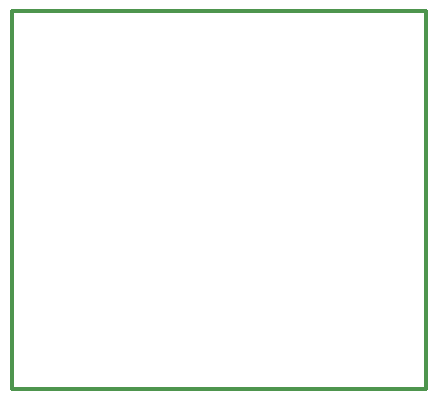
<source format=gko>
G04 Layer_Color=16711935*
%FSLAX44Y44*%
%MOMM*%
G71*
G01*
G75*
%ADD62C,0.3000*%
D62*
X0Y0D02*
Y320000D01*
X350000D01*
Y0D02*
Y320000D01*
X0Y0D02*
X350000D01*
M02*

</source>
